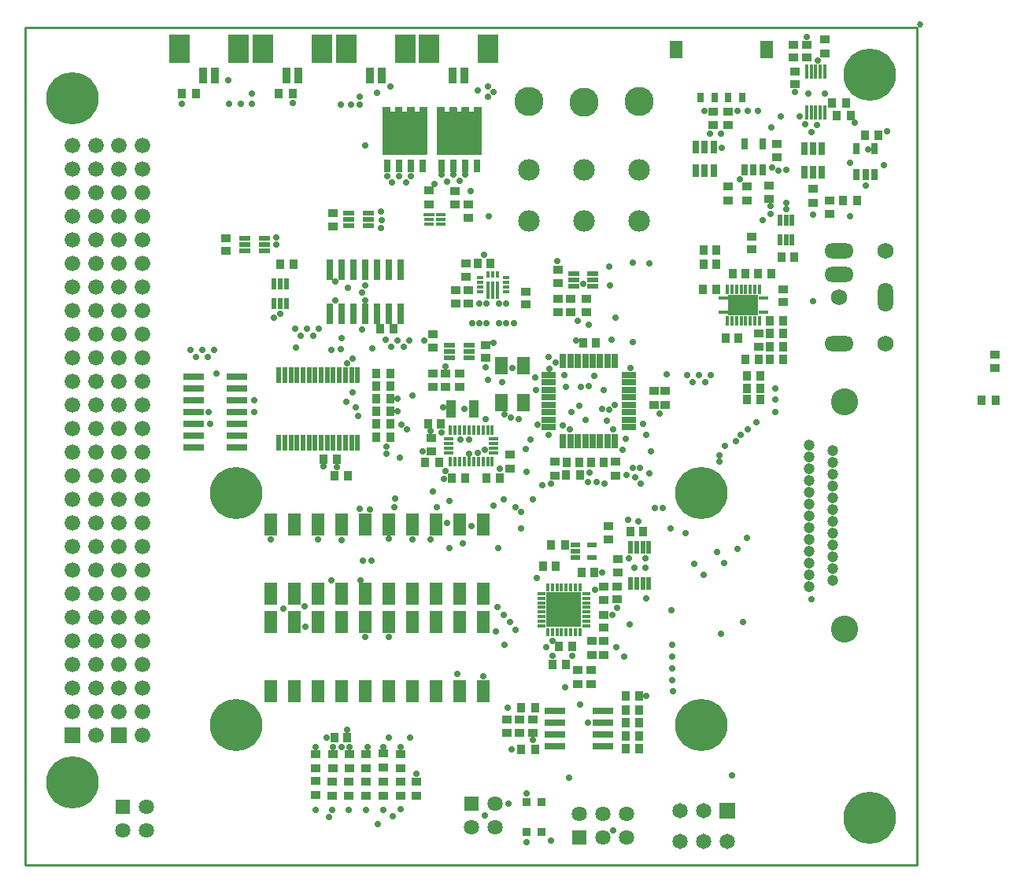
<source format=gts>
G04*
G04 #@! TF.GenerationSoftware,Altium Limited,Altium Designer,18.1.9 (240)*
G04*
G04 Layer_Color=8388736*
%FSLAX44Y44*%
%MOMM*%
G71*
G01*
G75*
%ADD13C,0.2540*%
%ADD59R,0.8270X1.0270*%
%ADD60R,1.0270X0.9270*%
%ADD61R,0.9270X1.7270*%
%ADD62R,2.2270X3.1270*%
%ADD63R,0.9270X1.0270*%
%ADD64R,1.0270X0.8270*%
%ADD65R,0.6858X1.3970*%
%ADD66R,0.4270X1.5770*%
%ADD67R,0.7270X1.2270*%
%ADD68R,0.3216X1.8916*%
%ADD69R,0.7016X0.3416*%
%ADD70R,0.3416X0.7016*%
%ADD71R,1.2954X0.4826*%
%ADD72R,0.4826X1.2954*%
%ADD73R,0.7770X1.3270*%
%ADD74R,1.6270X0.6770*%
%ADD75R,0.6770X1.6270*%
%ADD76R,1.3270X1.9270*%
%ADD77R,1.0670X0.3970*%
%ADD78R,1.1470X0.3970*%
%ADD79R,0.6858X2.3114*%
%ADD80R,2.3114X0.6858*%
%ADD81R,1.3770X1.9270*%
%ADD82R,0.7270X1.1270*%
%ADD83R,3.1970X2.1970*%
%ADD84R,0.3870X1.0270*%
%ADD85R,1.0270X0.3870*%
%ADD86R,2.3270X0.7270*%
%ADD87R,1.3970X2.3870*%
%ADD88R,1.1270X0.3770*%
%ADD89R,0.3770X1.1270*%
%ADD90R,0.5588X1.7780*%
%ADD91R,1.1270X1.9270*%
%ADD92R,0.5770X1.4770*%
%ADD93R,1.1270X0.5970*%
%ADD94R,3.7270X3.7270*%
%ADD95R,0.3870X0.9670*%
%ADD96R,0.9670X0.3870*%
%ADD97R,0.8770X0.8270*%
%ADD98C,1.1938*%
%ADD99C,2.3270*%
%ADD100C,1.6770*%
%ADD101R,1.6770X1.6770*%
%ADD102O,1.6350X3.1430*%
%ADD103O,3.1430X1.6350*%
%ADD104C,1.7270*%
%ADD105C,1.6270*%
%ADD106R,1.6270X1.6270*%
%ADD107R,1.6270X1.6270*%
%ADD108C,5.6270*%
%ADD109R,1.6510X1.6510*%
%ADD110C,1.6510*%
%ADD111C,0.7270*%
%ADD112C,2.9210*%
%ADD113C,3.1270*%
%ADD114C,0.6858*%
G36*
X431600Y815879D02*
X431697Y815856D01*
X431789Y815817D01*
X431874Y815765D01*
X431950Y815700D01*
X432015Y815624D01*
X432067Y815539D01*
X432106Y815447D01*
X432129Y815350D01*
X432137Y815250D01*
Y810250D01*
D01*
Y765250D01*
X432129Y765150D01*
X432106Y765053D01*
X432067Y764961D01*
X432015Y764876D01*
X431950Y764800D01*
X431874Y764735D01*
X431789Y764682D01*
X431697Y764644D01*
X431600Y764621D01*
X431500Y764613D01*
X384500D01*
X384400Y764621D01*
X384303Y764644D01*
X384211Y764682D01*
X384126Y764735D01*
X384050Y764800D01*
X383985Y764876D01*
X383932Y764961D01*
X383894Y765053D01*
X383871Y765150D01*
X383863Y765250D01*
Y810250D01*
Y815250D01*
X383871Y815350D01*
X383894Y815447D01*
X383932Y815539D01*
X383985Y815624D01*
X384050Y815700D01*
X384126Y815765D01*
X384211Y815817D01*
X384303Y815856D01*
X384400Y815879D01*
X384500Y815887D01*
X391500D01*
X391600Y815879D01*
X391697Y815856D01*
X391789Y815817D01*
X391874Y815765D01*
X391950Y815700D01*
X392015Y815624D01*
X392067Y815539D01*
X392106Y815447D01*
X392129Y815350D01*
X392137Y815250D01*
Y810887D01*
X397213D01*
Y815250D01*
X397221Y815350D01*
X397244Y815447D01*
X397282Y815539D01*
X397335Y815624D01*
X397400Y815700D01*
X397476Y815765D01*
X397561Y815817D01*
X397653Y815856D01*
X397750Y815879D01*
X397850Y815887D01*
X404850D01*
X404950Y815879D01*
X405047Y815856D01*
X405139Y815817D01*
X405224Y815765D01*
X405300Y815700D01*
X405365Y815624D01*
X405418Y815539D01*
X405456Y815447D01*
X405479Y815350D01*
X405487Y815250D01*
Y810887D01*
X410513D01*
Y815250D01*
X410521Y815350D01*
X410544Y815447D01*
X410583Y815539D01*
X410635Y815624D01*
X410700Y815700D01*
X410776Y815765D01*
X410861Y815817D01*
X410953Y815856D01*
X411050Y815879D01*
X411150Y815887D01*
X418150D01*
X418250Y815879D01*
X418347Y815856D01*
X418439Y815817D01*
X418524Y815765D01*
X418600Y815700D01*
X418665Y815624D01*
X418717Y815539D01*
X418756Y815447D01*
X418779Y815350D01*
X418787Y815250D01*
Y810887D01*
X423863D01*
Y815250D01*
X423871Y815350D01*
X423894Y815447D01*
X423932Y815539D01*
X423985Y815624D01*
X424050Y815700D01*
X424126Y815765D01*
X424211Y815817D01*
X424303Y815856D01*
X424400Y815879D01*
X424500Y815887D01*
X431500D01*
X431600Y815879D01*
D02*
G37*
G36*
X490099D02*
X490196Y815856D01*
X490288Y815817D01*
X490374Y815765D01*
X490450Y815700D01*
X490514Y815624D01*
X490567Y815539D01*
X490605Y815447D01*
X490628Y815350D01*
X490636Y815250D01*
Y810250D01*
D01*
Y765250D01*
X490628Y765150D01*
X490605Y765053D01*
X490567Y764961D01*
X490514Y764876D01*
X490450Y764800D01*
X490374Y764735D01*
X490288Y764682D01*
X490196Y764644D01*
X490099Y764621D01*
X489999Y764613D01*
X442999D01*
X442900Y764621D01*
X442802Y764644D01*
X442710Y764682D01*
X442625Y764735D01*
X442549Y764800D01*
X442484Y764876D01*
X442432Y764961D01*
X442393Y765053D01*
X442370Y765150D01*
X442362Y765250D01*
Y810250D01*
Y815250D01*
X442370Y815350D01*
X442393Y815447D01*
X442432Y815539D01*
X442484Y815624D01*
X442549Y815700D01*
X442625Y815765D01*
X442710Y815817D01*
X442802Y815856D01*
X442900Y815879D01*
X442999Y815887D01*
X449999D01*
X450099Y815879D01*
X450196Y815856D01*
X450288Y815817D01*
X450374Y815765D01*
X450450Y815700D01*
X450514Y815624D01*
X450567Y815539D01*
X450605Y815447D01*
X450628Y815350D01*
X450636Y815250D01*
Y810887D01*
X455712D01*
Y815250D01*
X455720Y815350D01*
X455743Y815447D01*
X455782Y815539D01*
X455834Y815624D01*
X455899Y815700D01*
X455975Y815765D01*
X456060Y815817D01*
X456152Y815856D01*
X456250Y815879D01*
X456349Y815887D01*
X463349D01*
X463449Y815879D01*
X463546Y815856D01*
X463638Y815817D01*
X463724Y815765D01*
X463800Y815700D01*
X463865Y815624D01*
X463917Y815539D01*
X463955Y815447D01*
X463978Y815350D01*
X463986Y815250D01*
Y810887D01*
X469012D01*
Y815250D01*
X469020Y815350D01*
X469043Y815447D01*
X469082Y815539D01*
X469134Y815624D01*
X469199Y815700D01*
X469275Y815765D01*
X469360Y815817D01*
X469452Y815856D01*
X469549Y815879D01*
X469649Y815887D01*
X476649D01*
X476749Y815879D01*
X476846Y815856D01*
X476938Y815817D01*
X477024Y815765D01*
X477100Y815700D01*
X477164Y815624D01*
X477217Y815539D01*
X477255Y815447D01*
X477278Y815350D01*
X477286Y815250D01*
Y810887D01*
X482362D01*
Y815250D01*
X482370Y815350D01*
X482393Y815447D01*
X482432Y815539D01*
X482484Y815624D01*
X482549Y815700D01*
X482625Y815765D01*
X482710Y815817D01*
X482802Y815856D01*
X482900Y815879D01*
X482999Y815887D01*
X489999D01*
X490099Y815879D01*
D02*
G37*
D13*
X0Y901700D02*
X958850D01*
X958850Y0D01*
X0D02*
X958850D01*
X0D02*
Y901700D01*
D59*
X1043500Y499700D02*
D03*
X1028500D02*
D03*
X872500Y806440D02*
D03*
X887500D02*
D03*
X882500Y819742D02*
D03*
X867500D02*
D03*
X596500Y420000D02*
D03*
X581500D02*
D03*
X182900Y830000D02*
D03*
X167900D02*
D03*
X272500Y830000D02*
D03*
X287500D02*
D03*
X894292Y715000D02*
D03*
X879293D02*
D03*
X347100Y419000D02*
D03*
X332100D02*
D03*
X392435Y474728D02*
D03*
X377434D02*
D03*
X392435Y460579D02*
D03*
X377434D02*
D03*
X392435Y502004D02*
D03*
X377434D02*
D03*
X392435Y487904D02*
D03*
X377434D02*
D03*
X392435Y528528D02*
D03*
X377434D02*
D03*
X392435Y515004D02*
D03*
X377434D02*
D03*
X495500Y416000D02*
D03*
X510500D02*
D03*
X444899Y433150D02*
D03*
X429899D02*
D03*
X565278Y343999D02*
D03*
X580277D02*
D03*
X581500Y216000D02*
D03*
X566500D02*
D03*
X547850Y124000D02*
D03*
X532850D02*
D03*
X645350Y138900D02*
D03*
X660350D02*
D03*
X547850Y169000D02*
D03*
X532850D02*
D03*
X645350Y124900D02*
D03*
X660350D02*
D03*
X645350Y152851D02*
D03*
X660350D02*
D03*
Y166850D02*
D03*
X645350D02*
D03*
X660350Y181500D02*
D03*
X645350D02*
D03*
D60*
X1042998Y535000D02*
D03*
Y549000D02*
D03*
X808000Y762000D02*
D03*
Y776000D02*
D03*
X826000Y883000D02*
D03*
Y869000D02*
D03*
X840000Y883000D02*
D03*
Y869000D02*
D03*
X828000Y840370D02*
D03*
Y854370D02*
D03*
X627000Y350499D02*
D03*
Y364499D02*
D03*
X637000Y328999D02*
D03*
Y314999D02*
D03*
X636376Y285700D02*
D03*
Y299699D02*
D03*
X755850Y796728D02*
D03*
Y810728D02*
D03*
X739850Y796728D02*
D03*
Y810728D02*
D03*
X466942Y514646D02*
D03*
Y528646D02*
D03*
X451940Y514646D02*
D03*
Y528646D02*
D03*
X437943Y528646D02*
D03*
Y514646D02*
D03*
X438000Y571000D02*
D03*
Y557000D02*
D03*
X494485Y545644D02*
D03*
Y559644D02*
D03*
X538085Y617327D02*
D03*
Y603328D02*
D03*
X463000Y618327D02*
D03*
Y604328D02*
D03*
X475989Y618327D02*
D03*
Y604327D02*
D03*
X473436Y647328D02*
D03*
Y633327D02*
D03*
X476174Y710502D02*
D03*
Y696502D02*
D03*
X603000Y609000D02*
D03*
Y595000D02*
D03*
X215291Y660680D02*
D03*
Y674680D02*
D03*
X330970Y687527D02*
D03*
Y701527D02*
D03*
X622000Y285000D02*
D03*
Y298999D02*
D03*
X436500Y459200D02*
D03*
Y445200D02*
D03*
X622000Y255000D02*
D03*
Y269000D02*
D03*
X781350Y676350D02*
D03*
Y662350D02*
D03*
X788350Y558000D02*
D03*
Y572000D02*
D03*
X814500Y605500D02*
D03*
Y619500D02*
D03*
X531350Y142000D02*
D03*
Y156000D02*
D03*
X545350Y142000D02*
D03*
Y156000D02*
D03*
X517850Y156000D02*
D03*
Y142000D02*
D03*
D61*
X471999Y849680D02*
D03*
X459499D02*
D03*
X292999D02*
D03*
X280499D02*
D03*
X191000D02*
D03*
X203499D02*
D03*
X370499D02*
D03*
X382999D02*
D03*
D62*
X433999Y878680D02*
D03*
X497499D02*
D03*
X254999Y878680D02*
D03*
X318499D02*
D03*
X229000D02*
D03*
X165499D02*
D03*
X408499D02*
D03*
X344999D02*
D03*
D63*
X917000Y785000D02*
D03*
X903000D02*
D03*
X556300Y320999D02*
D03*
X570300D02*
D03*
X650500Y358875D02*
D03*
X664500D02*
D03*
X776000Y526000D02*
D03*
X790000D02*
D03*
X776000Y500500D02*
D03*
X790000D02*
D03*
X790000Y513000D02*
D03*
X776000D02*
D03*
X381586Y577327D02*
D03*
X395586D02*
D03*
X500086Y647328D02*
D03*
X486086D02*
D03*
X613501Y561719D02*
D03*
X599501D02*
D03*
X582000Y432805D02*
D03*
X596000D02*
D03*
X608000Y432805D02*
D03*
X622000D02*
D03*
X273941Y646340D02*
D03*
X287940D02*
D03*
X813000Y654500D02*
D03*
X827000D02*
D03*
X334534Y436285D02*
D03*
X320534D02*
D03*
X458873Y416000D02*
D03*
X472873D02*
D03*
X433000Y475000D02*
D03*
X447000D02*
D03*
X574000Y235000D02*
D03*
X588000D02*
D03*
X597876Y314999D02*
D03*
X611876D02*
D03*
X788000Y636350D02*
D03*
X802000D02*
D03*
X774500Y636350D02*
D03*
X760500D02*
D03*
X788350Y544350D02*
D03*
X774350D02*
D03*
X814500Y585650D02*
D03*
X800500D02*
D03*
X814500Y572000D02*
D03*
X800500D02*
D03*
X729300Y646879D02*
D03*
X743300D02*
D03*
X729300Y661879D02*
D03*
X743300D02*
D03*
X728950Y619474D02*
D03*
X742950D02*
D03*
X753000Y566600D02*
D03*
X767000D02*
D03*
X814500Y544350D02*
D03*
X800500D02*
D03*
X814500Y558000D02*
D03*
X800500D02*
D03*
X332000Y137000D02*
D03*
X346000D02*
D03*
D64*
X864500Y715500D02*
D03*
Y700500D02*
D03*
X776301Y715000D02*
D03*
Y730000D02*
D03*
X860000Y873500D02*
D03*
Y888500D02*
D03*
X569368Y433805D02*
D03*
Y418805D02*
D03*
X635001Y433805D02*
D03*
Y418805D02*
D03*
X676144Y494961D02*
D03*
Y509961D02*
D03*
X572778Y640827D02*
D03*
Y625827D02*
D03*
X461581Y725688D02*
D03*
Y710688D02*
D03*
X572778Y609500D02*
D03*
Y594500D02*
D03*
X434128Y711102D02*
D03*
Y726102D02*
D03*
X586400Y609500D02*
D03*
Y594500D02*
D03*
X688144Y494961D02*
D03*
Y509961D02*
D03*
X403800Y118901D02*
D03*
Y103901D02*
D03*
X384900Y119500D02*
D03*
Y104500D02*
D03*
X366000Y118901D02*
D03*
Y103901D02*
D03*
X348000Y118901D02*
D03*
Y103901D02*
D03*
X330400Y118901D02*
D03*
Y103901D02*
D03*
X311900Y118901D02*
D03*
Y103901D02*
D03*
X403500Y89417D02*
D03*
Y74417D02*
D03*
X384900Y89417D02*
D03*
Y74417D02*
D03*
X366300Y89417D02*
D03*
Y74417D02*
D03*
X347700Y89417D02*
D03*
Y74417D02*
D03*
X311900Y90000D02*
D03*
Y75000D02*
D03*
X330100Y89417D02*
D03*
Y74417D02*
D03*
X847000Y727500D02*
D03*
Y712500D02*
D03*
X755802Y730500D02*
D03*
Y715500D02*
D03*
X800001Y731500D02*
D03*
Y716500D02*
D03*
X521000Y441400D02*
D03*
Y426400D02*
D03*
X608000Y194499D02*
D03*
Y209500D02*
D03*
X609000Y225999D02*
D03*
Y241000D02*
D03*
X622000Y225999D02*
D03*
Y241000D02*
D03*
X594000Y194499D02*
D03*
Y209499D02*
D03*
X420578Y89500D02*
D03*
Y74500D02*
D03*
D65*
X837892Y745507D02*
D03*
X847290D02*
D03*
X856688D02*
D03*
Y771415D02*
D03*
X847290D02*
D03*
X837892D02*
D03*
X721202Y747046D02*
D03*
X730600D02*
D03*
X739998D02*
D03*
Y772954D02*
D03*
X730600D02*
D03*
X721202D02*
D03*
D66*
X840000Y810000D02*
D03*
X845000D02*
D03*
X850000D02*
D03*
X855000D02*
D03*
X860000D02*
D03*
X840000Y854000D02*
D03*
X845000D02*
D03*
X850000D02*
D03*
X855000D02*
D03*
X860000D02*
D03*
D67*
X894000Y743000D02*
D03*
X903500D02*
D03*
X913000D02*
D03*
Y771000D02*
D03*
X894000D02*
D03*
X773500Y748000D02*
D03*
X783000D02*
D03*
X792500D02*
D03*
Y776000D02*
D03*
X773500D02*
D03*
D68*
X497685Y618675D02*
D03*
X502585D02*
D03*
X507485D02*
D03*
D69*
X516585Y616726D02*
D03*
Y621726D02*
D03*
Y626726D02*
D03*
Y631726D02*
D03*
X488585D02*
D03*
Y626726D02*
D03*
Y621726D02*
D03*
Y616726D02*
D03*
D70*
X507585Y635726D02*
D03*
X502585D02*
D03*
X497585D02*
D03*
D71*
X456071Y546040D02*
D03*
Y552644D02*
D03*
Y559248D02*
D03*
X476899D02*
D03*
Y552644D02*
D03*
Y546040D02*
D03*
X235877Y661076D02*
D03*
Y667680D02*
D03*
Y674284D02*
D03*
X256705D02*
D03*
Y667680D02*
D03*
Y661076D02*
D03*
X347934Y688074D02*
D03*
Y694678D02*
D03*
Y701282D02*
D03*
X368762D02*
D03*
Y694678D02*
D03*
Y688074D02*
D03*
X589586Y623069D02*
D03*
Y629673D02*
D03*
Y636277D02*
D03*
X610414D02*
D03*
Y629673D02*
D03*
Y623069D02*
D03*
D72*
X267505Y624997D02*
D03*
X274109D02*
D03*
X280713D02*
D03*
Y604169D02*
D03*
X274109D02*
D03*
X267505D02*
D03*
X824604Y694014D02*
D03*
X818000D02*
D03*
X811396D02*
D03*
Y673186D02*
D03*
X818000D02*
D03*
X824604D02*
D03*
D73*
X387934Y808940D02*
D03*
X401396D02*
D03*
X414604D02*
D03*
X428066D02*
D03*
X427050Y752750D02*
D03*
X414350D02*
D03*
X401650D02*
D03*
X388950D02*
D03*
X446433Y808940D02*
D03*
X459895D02*
D03*
X473103D02*
D03*
X486565D02*
D03*
X485549Y752750D02*
D03*
X472849D02*
D03*
X460149D02*
D03*
X447449D02*
D03*
D74*
X649000Y527305D02*
D03*
Y519305D02*
D03*
Y511305D02*
D03*
Y503305D02*
D03*
Y495305D02*
D03*
Y487305D02*
D03*
Y479305D02*
D03*
Y471305D02*
D03*
X563000D02*
D03*
Y479305D02*
D03*
Y487305D02*
D03*
Y495305D02*
D03*
Y503305D02*
D03*
Y511305D02*
D03*
Y519305D02*
D03*
Y527305D02*
D03*
D75*
X634001Y456305D02*
D03*
X626001D02*
D03*
X618001D02*
D03*
X610001D02*
D03*
X602001D02*
D03*
X594001D02*
D03*
X586001D02*
D03*
X578001D02*
D03*
Y542305D02*
D03*
X586001D02*
D03*
X594001D02*
D03*
X602001D02*
D03*
X610001D02*
D03*
X618001D02*
D03*
X626001D02*
D03*
X634001D02*
D03*
D76*
X511501Y537719D02*
D03*
Y497719D02*
D03*
X535500D02*
D03*
Y537719D02*
D03*
D77*
X446474Y699502D02*
D03*
Y694502D02*
D03*
Y689502D02*
D03*
X433875D02*
D03*
Y694502D02*
D03*
D78*
X434274Y699502D02*
D03*
D79*
X403100Y640622D02*
D03*
X390400D02*
D03*
X377700D02*
D03*
X365000D02*
D03*
X352300D02*
D03*
X339600D02*
D03*
X326900D02*
D03*
Y593378D02*
D03*
X339600D02*
D03*
X352300D02*
D03*
X365000D02*
D03*
X377700D02*
D03*
X390400D02*
D03*
X403100D02*
D03*
D80*
X227622Y448900D02*
D03*
Y461600D02*
D03*
Y474300D02*
D03*
Y487000D02*
D03*
Y499700D02*
D03*
Y512400D02*
D03*
Y525100D02*
D03*
X180378D02*
D03*
Y512400D02*
D03*
Y499700D02*
D03*
Y487000D02*
D03*
Y474300D02*
D03*
Y461600D02*
D03*
Y448900D02*
D03*
D81*
X700000Y878000D02*
D03*
X797100D02*
D03*
D82*
X726050Y826100D02*
D03*
X741050D02*
D03*
X756050D02*
D03*
X771050D02*
D03*
D83*
X772150Y602500D02*
D03*
D84*
X784650Y585650D02*
D03*
X779650D02*
D03*
X774650D02*
D03*
X769650D02*
D03*
X764650D02*
D03*
X759650D02*
D03*
X754650D02*
D03*
X759650Y619350D02*
D03*
X764650D02*
D03*
X769650D02*
D03*
X774650D02*
D03*
X779650D02*
D03*
X784650D02*
D03*
X789650D02*
D03*
Y585650D02*
D03*
X754650Y619350D02*
D03*
D85*
X750300Y595000D02*
D03*
X794000Y610000D02*
D03*
Y595000D02*
D03*
X750300Y610000D02*
D03*
D86*
X569350Y152700D02*
D03*
X621350D02*
D03*
X569350Y165400D02*
D03*
Y140000D02*
D03*
Y127300D02*
D03*
X621350Y165400D02*
D03*
Y140000D02*
D03*
Y127300D02*
D03*
D87*
X441600Y291400D02*
D03*
X390800D02*
D03*
X416200D02*
D03*
X492400D02*
D03*
X467000D02*
D03*
Y366000D02*
D03*
X492400D02*
D03*
X416200D02*
D03*
X390800D02*
D03*
X441600D02*
D03*
X314600Y186600D02*
D03*
X263800D02*
D03*
X289200D02*
D03*
X365400D02*
D03*
X340000D02*
D03*
Y261200D02*
D03*
X365400D02*
D03*
X289200D02*
D03*
X263800D02*
D03*
X314600D02*
D03*
Y291400D02*
D03*
X263800D02*
D03*
X289200D02*
D03*
X365400D02*
D03*
X340000D02*
D03*
Y366000D02*
D03*
X365400D02*
D03*
X289200D02*
D03*
X263800D02*
D03*
X314600D02*
D03*
X441600Y186600D02*
D03*
X390800D02*
D03*
X416200D02*
D03*
X492400D02*
D03*
X467000D02*
D03*
Y261200D02*
D03*
X492400D02*
D03*
X416200D02*
D03*
X390800D02*
D03*
X441600D02*
D03*
D88*
X503500Y458400D02*
D03*
Y453400D02*
D03*
Y448400D02*
D03*
Y443400D02*
D03*
X455500Y458400D02*
D03*
Y453400D02*
D03*
Y448400D02*
D03*
Y443400D02*
D03*
D89*
X457000Y433900D02*
D03*
X462000D02*
D03*
X467000D02*
D03*
X472000D02*
D03*
X477000D02*
D03*
X482000D02*
D03*
X487000D02*
D03*
X492000D02*
D03*
X497000D02*
D03*
X502000D02*
D03*
Y467900D02*
D03*
X497000D02*
D03*
X492000D02*
D03*
X487000D02*
D03*
X482000D02*
D03*
X477000D02*
D03*
X472000D02*
D03*
X467000D02*
D03*
X462000D02*
D03*
X457000D02*
D03*
D90*
X272606Y526876D02*
D03*
X278956D02*
D03*
X285560D02*
D03*
X291910D02*
D03*
X298514D02*
D03*
X305118D02*
D03*
X311468D02*
D03*
X318072D02*
D03*
X324422D02*
D03*
X331026D02*
D03*
X337630D02*
D03*
X343980D02*
D03*
X350584D02*
D03*
X356934D02*
D03*
Y454232D02*
D03*
X350584D02*
D03*
X343980D02*
D03*
X337630D02*
D03*
X331026D02*
D03*
X324422D02*
D03*
X318072D02*
D03*
X311468D02*
D03*
X305118D02*
D03*
X298514D02*
D03*
X291910D02*
D03*
X285560D02*
D03*
X278956D02*
D03*
X272606D02*
D03*
D91*
X482500Y490500D02*
D03*
X457500D02*
D03*
D92*
X670500Y341875D02*
D03*
X664000D02*
D03*
X657500D02*
D03*
X651000D02*
D03*
X670500Y302375D02*
D03*
X664000D02*
D03*
X657500D02*
D03*
X651000D02*
D03*
D93*
X591426Y337549D02*
D03*
X609426Y331049D02*
D03*
Y344050D02*
D03*
X591426Y331049D02*
D03*
Y344050D02*
D03*
D94*
X579050Y274499D02*
D03*
D95*
X596550Y250149D02*
D03*
X591550D02*
D03*
X586550D02*
D03*
X581550D02*
D03*
X576550D02*
D03*
X571550D02*
D03*
X566550D02*
D03*
X561550D02*
D03*
Y298849D02*
D03*
X566550D02*
D03*
X571550D02*
D03*
X576550D02*
D03*
X581550D02*
D03*
X586550D02*
D03*
X591550D02*
D03*
X596550D02*
D03*
D96*
X603400Y291999D02*
D03*
Y287000D02*
D03*
Y281999D02*
D03*
Y277000D02*
D03*
Y271999D02*
D03*
Y267000D02*
D03*
Y261999D02*
D03*
Y257000D02*
D03*
X554700D02*
D03*
Y261999D02*
D03*
Y267000D02*
D03*
Y271999D02*
D03*
Y277000D02*
D03*
Y281999D02*
D03*
Y287000D02*
D03*
Y291999D02*
D03*
D97*
X538750Y67000D02*
D03*
Y35000D02*
D03*
X555250D02*
D03*
Y67000D02*
D03*
D98*
X868000Y306150D02*
D03*
Y318850D02*
D03*
Y331550D02*
D03*
Y344250D02*
D03*
Y356950D02*
D03*
Y369650D02*
D03*
Y382350D02*
D03*
Y395050D02*
D03*
Y407750D02*
D03*
Y420450D02*
D03*
Y433150D02*
D03*
Y445850D02*
D03*
X842600Y299800D02*
D03*
Y312500D02*
D03*
Y325200D02*
D03*
Y337900D02*
D03*
Y350600D02*
D03*
Y363300D02*
D03*
Y376000D02*
D03*
Y388700D02*
D03*
Y401400D02*
D03*
Y414100D02*
D03*
Y426800D02*
D03*
Y439500D02*
D03*
Y452200D02*
D03*
D99*
X541250Y748400D02*
D03*
Y693400D02*
D03*
X660000Y748400D02*
D03*
Y693400D02*
D03*
X601000Y748200D02*
D03*
Y693200D02*
D03*
D100*
X76200Y774800D02*
D03*
Y749400D02*
D03*
Y724000D02*
D03*
Y698600D02*
D03*
Y673200D02*
D03*
Y647800D02*
D03*
Y622400D02*
D03*
Y597000D02*
D03*
Y571600D02*
D03*
Y546200D02*
D03*
Y520800D02*
D03*
Y495400D02*
D03*
Y470000D02*
D03*
Y444600D02*
D03*
Y419200D02*
D03*
Y393800D02*
D03*
Y368400D02*
D03*
Y343000D02*
D03*
Y317600D02*
D03*
Y292200D02*
D03*
Y266800D02*
D03*
Y241400D02*
D03*
Y216000D02*
D03*
Y190600D02*
D03*
Y165200D02*
D03*
Y139800D02*
D03*
X50800Y774800D02*
D03*
Y749400D02*
D03*
Y724000D02*
D03*
Y698600D02*
D03*
Y673200D02*
D03*
Y647800D02*
D03*
Y622400D02*
D03*
Y597000D02*
D03*
Y571600D02*
D03*
Y546200D02*
D03*
Y520800D02*
D03*
Y495400D02*
D03*
Y470000D02*
D03*
Y444600D02*
D03*
Y419200D02*
D03*
Y393800D02*
D03*
Y368400D02*
D03*
Y343000D02*
D03*
Y317600D02*
D03*
Y292200D02*
D03*
Y266800D02*
D03*
Y241400D02*
D03*
Y216000D02*
D03*
Y190600D02*
D03*
Y165200D02*
D03*
X125700Y774800D02*
D03*
Y749400D02*
D03*
Y724000D02*
D03*
Y698600D02*
D03*
Y673200D02*
D03*
Y647800D02*
D03*
Y622400D02*
D03*
Y597000D02*
D03*
Y571600D02*
D03*
Y546200D02*
D03*
Y520800D02*
D03*
Y495400D02*
D03*
Y470000D02*
D03*
Y444600D02*
D03*
Y419200D02*
D03*
Y393800D02*
D03*
Y368400D02*
D03*
Y343000D02*
D03*
Y317600D02*
D03*
Y292200D02*
D03*
Y266800D02*
D03*
Y241400D02*
D03*
Y216000D02*
D03*
Y190600D02*
D03*
Y165200D02*
D03*
Y139800D02*
D03*
X100300Y774800D02*
D03*
Y749400D02*
D03*
Y724000D02*
D03*
Y698600D02*
D03*
Y673200D02*
D03*
Y647800D02*
D03*
Y622400D02*
D03*
Y597000D02*
D03*
Y571600D02*
D03*
Y546200D02*
D03*
Y520800D02*
D03*
Y495400D02*
D03*
Y470000D02*
D03*
Y444600D02*
D03*
Y419200D02*
D03*
Y393800D02*
D03*
Y368400D02*
D03*
Y343000D02*
D03*
Y317600D02*
D03*
Y292200D02*
D03*
Y266800D02*
D03*
Y241400D02*
D03*
Y216000D02*
D03*
Y190600D02*
D03*
Y165200D02*
D03*
D101*
X50800Y139800D02*
D03*
X100300D02*
D03*
D102*
X925000Y610900D02*
D03*
D103*
X875000Y660900D02*
D03*
Y560900D02*
D03*
Y635900D02*
D03*
D104*
Y610900D02*
D03*
X925000Y660900D02*
D03*
Y560900D02*
D03*
D105*
X646400Y54400D02*
D03*
Y29000D02*
D03*
X621000Y54400D02*
D03*
Y29000D02*
D03*
X595600Y54400D02*
D03*
X504746Y66000D02*
D03*
X479346Y40600D02*
D03*
X504746D02*
D03*
X130000Y36600D02*
D03*
X104600D02*
D03*
X130000Y62000D02*
D03*
D106*
X595600Y29000D02*
D03*
D107*
X479346Y66000D02*
D03*
X104600Y62000D02*
D03*
D108*
X908100Y50800D02*
D03*
Y850900D02*
D03*
X50800Y825500D02*
D03*
Y88900D02*
D03*
X726500Y400000D02*
D03*
Y150000D02*
D03*
X226500D02*
D03*
Y400000D02*
D03*
D109*
X754400Y58510D02*
D03*
D110*
X729000D02*
D03*
X703600D02*
D03*
X754400Y25490D02*
D03*
X729000D02*
D03*
X703600D02*
D03*
D111*
X810088Y747448D02*
D03*
X817998Y747999D02*
D03*
X818104Y713000D02*
D03*
X801706Y709000D02*
D03*
X818104Y705423D02*
D03*
X793249Y694182D02*
D03*
X800998Y700999D02*
D03*
X802998Y750999D02*
D03*
X838998Y796998D02*
D03*
X768000Y738000D02*
D03*
X634999Y588999D02*
D03*
X628999Y623999D02*
D03*
X628000Y644000D02*
D03*
X605999Y580999D02*
D03*
X599999Y624999D02*
D03*
X630000Y565000D02*
D03*
X493109Y657000D02*
D03*
X497999Y697999D02*
D03*
X847000Y607000D02*
D03*
X806622Y513000D02*
D03*
X847290Y700000D02*
D03*
X652999Y647999D02*
D03*
X671000Y647000D02*
D03*
X400350Y564810D02*
D03*
X562999Y546681D02*
D03*
X370651Y382350D02*
D03*
X372064Y327706D02*
D03*
X397000Y385000D02*
D03*
X397150Y394000D02*
D03*
X359492Y383000D02*
D03*
X363000Y327000D02*
D03*
X360251Y306150D02*
D03*
X522906Y124000D02*
D03*
X569999Y540999D02*
D03*
X519000Y169000D02*
D03*
X413927Y137000D02*
D03*
X391000D02*
D03*
X410320Y468680D02*
D03*
X403999Y473999D02*
D03*
X416000Y505000D02*
D03*
X503000Y562000D02*
D03*
X563406Y533594D02*
D03*
X428999Y563999D02*
D03*
X413050Y564810D02*
D03*
X494485Y536000D02*
D03*
X592000Y564750D02*
D03*
X403000Y437947D02*
D03*
X506000Y251050D02*
D03*
X515000Y237000D02*
D03*
X663999Y474999D02*
D03*
X668000Y463000D02*
D03*
X619999Y490999D02*
D03*
X632194Y468806D02*
D03*
X624999Y477999D02*
D03*
X627696Y490088D02*
D03*
X633999Y494999D02*
D03*
X645999Y458999D02*
D03*
X641999Y446999D02*
D03*
X585594Y468406D02*
D03*
X577999Y472999D02*
D03*
X563000Y463000D02*
D03*
X542999Y457999D02*
D03*
X550600Y473575D02*
D03*
X530142Y480000D02*
D03*
X522164Y481524D02*
D03*
X515000Y485000D02*
D03*
X622000Y511000D02*
D03*
X597000Y514844D02*
D03*
X581000D02*
D03*
X605999Y514999D02*
D03*
X611999Y525999D02*
D03*
X769000Y462699D02*
D03*
X763998Y455999D02*
D03*
X650999Y534999D02*
D03*
X607000Y422000D02*
D03*
X927000Y790000D02*
D03*
X892000Y799000D02*
D03*
X851998Y865998D02*
D03*
X840000Y891000D02*
D03*
X246000Y487000D02*
D03*
X860000Y830000D02*
D03*
X751860Y451064D02*
D03*
X673000Y445000D02*
D03*
X595600Y494000D02*
D03*
X730502Y811998D02*
D03*
X747647Y786998D02*
D03*
X486817Y833307D02*
D03*
X503000Y832000D02*
D03*
X497000Y837512D02*
D03*
Y826508D02*
D03*
X349758Y818242D02*
D03*
X339000Y818591D02*
D03*
X359492Y826508D02*
D03*
Y818242D02*
D03*
X243500Y830500D02*
D03*
Y819242D02*
D03*
X682000Y486000D02*
D03*
X435999Y349999D02*
D03*
X340000Y349264D02*
D03*
X456000Y341000D02*
D03*
X470000Y346000D02*
D03*
X480000Y365000D02*
D03*
X533000Y362217D02*
D03*
X647999Y370999D02*
D03*
X659000Y369999D02*
D03*
X644000Y224000D02*
D03*
X492400Y202600D02*
D03*
X416200Y350489D02*
D03*
X263800Y350200D02*
D03*
X390800Y350800D02*
D03*
Y245101D02*
D03*
X365400Y244900D02*
D03*
X464000Y205842D02*
D03*
X451940Y536319D02*
D03*
X449000Y492043D02*
D03*
X841921Y830369D02*
D03*
X811998Y805998D02*
D03*
X510500Y426406D02*
D03*
X493999Y446999D02*
D03*
X291000Y557000D02*
D03*
X365000Y624000D02*
D03*
X333000Y608000D02*
D03*
X274109Y593011D02*
D03*
X290300Y577046D02*
D03*
X333000Y627748D02*
D03*
X373000Y556000D02*
D03*
X362000Y576000D02*
D03*
Y616000D02*
D03*
X365000Y608000D02*
D03*
X346999Y620999D02*
D03*
X572000Y650000D02*
D03*
X523406Y535000D02*
D03*
X497685Y522234D02*
D03*
X690000Y528000D02*
D03*
X711650Y527046D02*
D03*
X717680Y519554D02*
D03*
X339600Y126900D02*
D03*
X420578Y97922D02*
D03*
X246000Y500000D02*
D03*
X346067Y539931D02*
D03*
X328999Y553999D02*
D03*
X338999Y554999D02*
D03*
X339600Y566600D02*
D03*
X198300Y474300D02*
D03*
X205000Y528646D02*
D03*
X266999Y588999D02*
D03*
X580328Y191000D02*
D03*
X596563Y172000D02*
D03*
X671000Y421000D02*
D03*
X655000Y320000D02*
D03*
X667000D02*
D03*
X648999Y329999D02*
D03*
X622999Y409999D02*
D03*
X614613Y411906D02*
D03*
X604751Y412000D02*
D03*
X776000Y352000D02*
D03*
X766000Y340000D02*
D03*
X744000Y336500D02*
D03*
X667000Y330000D02*
D03*
X635538Y234000D02*
D03*
X566550Y240657D02*
D03*
X560000Y234000D02*
D03*
X566550Y225000D02*
D03*
X649544Y259000D02*
D03*
X667500Y286500D02*
D03*
X632000Y37000D02*
D03*
X845000Y286000D02*
D03*
X442000Y385000D02*
D03*
X456000Y391471D02*
D03*
X537999Y447991D02*
D03*
X565000Y410000D02*
D03*
X556000Y408578D02*
D03*
X587000Y487586D02*
D03*
X653000Y563000D02*
D03*
X602000Y479206D02*
D03*
X801998Y793998D02*
D03*
X832584Y805584D02*
D03*
X437943Y402244D02*
D03*
X388226Y442396D02*
D03*
X503000Y387000D02*
D03*
X593650Y585650D02*
D03*
X735999Y786998D02*
D03*
X381999Y702999D02*
D03*
Y685358D02*
D03*
X388848Y741680D02*
D03*
X394321Y734181D02*
D03*
X401820Y741680D02*
D03*
X409321Y734179D02*
D03*
X414548Y741680D02*
D03*
X197000Y487000D02*
D03*
X724350Y527000D02*
D03*
X218096Y845000D02*
D03*
X378000Y831000D02*
D03*
X392435Y838000D02*
D03*
X906000Y770461D02*
D03*
X365000Y774000D02*
D03*
X383000Y694014D02*
D03*
X439700Y732700D02*
D03*
X460022Y742680D02*
D03*
X355112Y492206D02*
D03*
X527405Y253254D02*
D03*
X521206Y261294D02*
D03*
X513999Y269000D02*
D03*
X533000Y380000D02*
D03*
X514000Y393000D02*
D03*
X546000D02*
D03*
X527000Y385000D02*
D03*
X508426Y341000D02*
D03*
X453000Y368000D02*
D03*
X586000Y280999D02*
D03*
X573000D02*
D03*
X507451Y277000D02*
D03*
X630999Y269000D02*
D03*
X334534Y428228D02*
D03*
X320534Y428628D02*
D03*
X467500Y457500D02*
D03*
X476999Y442200D02*
D03*
X684999Y383999D02*
D03*
X620000Y315000D02*
D03*
X694000Y362000D02*
D03*
X677000Y384000D02*
D03*
X655692Y416873D02*
D03*
X662000Y410733D02*
D03*
X710052Y356950D02*
D03*
X549800Y308405D02*
D03*
X660999Y426999D02*
D03*
X652999D02*
D03*
X646359Y419718D02*
D03*
X314600Y350592D02*
D03*
X329000Y306150D02*
D03*
X612451Y296000D02*
D03*
X636376Y276700D02*
D03*
X585000Y94000D02*
D03*
X737050Y527000D02*
D03*
X357534Y483000D02*
D03*
X324000Y137000D02*
D03*
X346000Y145000D02*
D03*
X367999Y127000D02*
D03*
X379106Y44106D02*
D03*
X777000Y812000D02*
D03*
X766000D02*
D03*
X453131Y735789D02*
D03*
X466873Y736577D02*
D03*
X351935Y544763D02*
D03*
Y508628D02*
D03*
X788000Y812000D02*
D03*
X730680Y519554D02*
D03*
X387650Y564856D02*
D03*
X393680Y557364D02*
D03*
X406680D02*
D03*
X309330Y569554D02*
D03*
X296330D02*
D03*
X315700Y577000D02*
D03*
X303000D02*
D03*
X196000Y547000D02*
D03*
X183000D02*
D03*
X326000Y51400D02*
D03*
X384900Y59100D02*
D03*
X538750Y77000D02*
D03*
X539000Y24000D02*
D03*
X395000Y52000D02*
D03*
X299999Y277999D02*
D03*
X300999Y256000D02*
D03*
X403600Y126900D02*
D03*
X384900Y127100D02*
D03*
X348000Y127000D02*
D03*
X330400Y127000D02*
D03*
X312000D02*
D03*
X486817Y443424D02*
D03*
X477500Y457500D02*
D03*
X450000Y414999D02*
D03*
X451499Y424000D02*
D03*
X427500Y445000D02*
D03*
X388000Y450000D02*
D03*
X887000Y698000D02*
D03*
Y755549D02*
D03*
X345000Y498000D02*
D03*
X579549Y527305D02*
D03*
X494999Y479999D02*
D03*
X786000Y476000D02*
D03*
X903500Y731000D02*
D03*
X777000Y469000D02*
D03*
X719000Y324000D02*
D03*
X539000Y423000D02*
D03*
X513000Y519305D02*
D03*
X472000Y490500D02*
D03*
X549276Y511305D02*
D03*
X548000Y525000D02*
D03*
X202370Y554446D02*
D03*
X189670D02*
D03*
X176970Y554492D02*
D03*
X588000Y225000D02*
D03*
X806622Y487586D02*
D03*
Y500500D02*
D03*
X287500Y819742D02*
D03*
X167900Y819358D02*
D03*
X269705Y667680D02*
D03*
X269706Y675680D02*
D03*
X494000Y53000D02*
D03*
X403500Y59400D02*
D03*
X366300Y59000D02*
D03*
X347700D02*
D03*
X330100D02*
D03*
X311900D02*
D03*
X488086Y583281D02*
D03*
X480086D02*
D03*
X488086Y604327D02*
D03*
X496086Y583327D02*
D03*
X509086Y583228D02*
D03*
X517086Y583281D02*
D03*
X525297Y583327D02*
D03*
X509086Y604327D02*
D03*
X517086Y604328D02*
D03*
X496086Y604327D02*
D03*
X277000Y276000D02*
D03*
X399699Y487999D02*
D03*
X399700Y502004D02*
D03*
X219258Y819258D02*
D03*
X231758Y819242D02*
D03*
X746000Y433682D02*
D03*
Y441206D02*
D03*
X760000Y96000D02*
D03*
X519042Y66000D02*
D03*
X695500Y236500D02*
D03*
X605300Y152700D02*
D03*
X667500Y181500D02*
D03*
X748000Y249000D02*
D03*
X771500Y261500D02*
D03*
X695499Y224000D02*
D03*
X695706Y199000D02*
D03*
X696500Y186500D02*
D03*
X695706Y211500D02*
D03*
X729000Y312500D02*
D03*
X751000Y325000D02*
D03*
X695000Y274000D02*
D03*
X565000Y26000D02*
D03*
X478491Y725688D02*
D03*
X472976Y742680D02*
D03*
X447676D02*
D03*
X851000Y796000D02*
D03*
X923000Y753000D02*
D03*
X845000Y789000D02*
D03*
X828000Y832000D02*
D03*
X749000Y772000D02*
D03*
X545350Y134000D02*
D03*
X586000Y267950D02*
D03*
X573000D02*
D03*
X435300Y467000D02*
D03*
X447499Y464999D02*
D03*
D112*
X880700Y498555D02*
D03*
Y253445D02*
D03*
D113*
X541250Y821400D02*
D03*
X660000D02*
D03*
X601000Y821200D02*
D03*
D114*
X962500Y905000D02*
D03*
M02*

</source>
